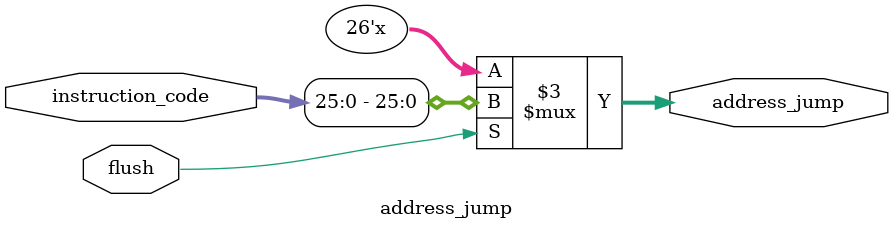
<source format=v>
`timescale 1ns / 1ps


module address_jump(
    input flush,
    input [31:0] instruction_code,
    output reg[25:0]address_jump
    );
    always@(*)begin
    if(flush)begin
    address_jump=instruction_code[25:0];
    end
    end
endmodule

</source>
